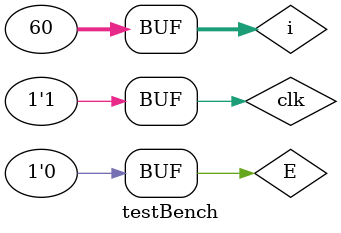
<source format=v>
module testBench ();
    wire Q;
    reg D, E, clk;

    D_Flip_Flop DFlipFlop(.clk(clk), .D(D), .E(E), .Q(Q));

    integer i;
    initial begin
        for (i = 0; i<60; i=i+1) begin
            D = $random;    
            #4;
            clk = i%2;
            E = (i<50)? 1:0;
            #5;
        end
    end

endmodule
</source>
